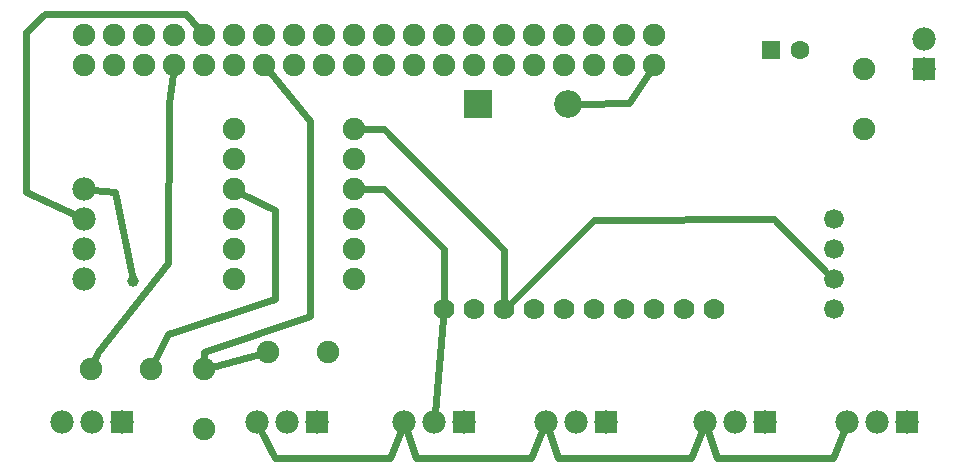
<source format=gtl>
G04 MADE WITH FRITZING*
G04 WWW.FRITZING.ORG*
G04 DOUBLE SIDED*
G04 HOLES PLATED*
G04 CONTOUR ON CENTER OF CONTOUR VECTOR*
%ASAXBY*%
%FSLAX23Y23*%
%MOIN*%
%OFA0B0*%
%SFA1.0B1.0*%
%ADD10C,0.092000*%
%ADD11C,0.078000*%
%ADD12C,0.062992*%
%ADD13C,0.066111*%
%ADD14C,0.074803*%
%ADD15C,0.070000*%
%ADD16C,0.075361*%
%ADD17C,0.075000*%
%ADD18C,0.039370*%
%ADD19R,0.092000X0.092000*%
%ADD20R,0.078000X0.078000*%
%ADD21R,0.062992X0.062992*%
%ADD22C,0.024000*%
%LNCOPPER1*%
G90*
G70*
G54D10*
X1605Y1360D03*
X1905Y1360D03*
G54D11*
X418Y297D03*
X318Y297D03*
X218Y297D03*
X1067Y297D03*
X967Y297D03*
X867Y297D03*
X1558Y297D03*
X1458Y297D03*
X1358Y297D03*
X2030Y297D03*
X1930Y297D03*
X1830Y297D03*
X2562Y297D03*
X2462Y297D03*
X2362Y297D03*
X3034Y297D03*
X2934Y297D03*
X2834Y297D03*
G54D12*
X2580Y1537D03*
X2678Y1537D03*
G54D13*
X2791Y674D03*
X2791Y774D03*
X2791Y974D03*
X2791Y874D03*
G54D11*
X3091Y1474D03*
X3091Y1574D03*
G54D14*
X790Y1274D03*
X791Y774D03*
X791Y874D03*
X791Y974D03*
X791Y1074D03*
X791Y1174D03*
X1191Y1274D03*
X1191Y774D03*
X1191Y874D03*
X1191Y974D03*
X1191Y1074D03*
X1191Y1174D03*
G54D15*
X2391Y674D03*
X2291Y674D03*
X2191Y674D03*
X2091Y674D03*
X1991Y674D03*
X1891Y674D03*
X1791Y674D03*
X1691Y674D03*
X1591Y674D03*
X1491Y674D03*
G54D16*
X291Y1489D03*
X391Y1489D03*
X491Y1489D03*
X591Y1489D03*
X691Y1489D03*
X791Y1489D03*
X891Y1489D03*
X991Y1489D03*
X1091Y1489D03*
X1191Y1489D03*
X1291Y1489D03*
X1391Y1489D03*
X1491Y1489D03*
X1591Y1489D03*
X1691Y1489D03*
X1791Y1489D03*
X1891Y1489D03*
X1991Y1489D03*
X2091Y1489D03*
X2191Y1489D03*
X2191Y1589D03*
X2091Y1589D03*
X1991Y1589D03*
X1891Y1589D03*
X1791Y1589D03*
X1691Y1589D03*
X1591Y1589D03*
X1491Y1589D03*
X1391Y1589D03*
X1291Y1589D03*
X1191Y1589D03*
X1091Y1589D03*
X991Y1589D03*
X891Y1589D03*
X791Y1589D03*
X691Y1589D03*
X591Y1589D03*
X491Y1589D03*
X391Y1589D03*
X291Y1589D03*
G54D11*
X291Y1074D03*
X291Y974D03*
X291Y874D03*
X291Y774D03*
G54D17*
X690Y274D03*
X690Y474D03*
X903Y533D03*
X1103Y533D03*
X2891Y1274D03*
X2891Y1474D03*
X313Y474D03*
X513Y474D03*
G54D18*
X454Y770D03*
G54D19*
X1605Y1360D03*
G54D20*
X418Y297D03*
X1067Y297D03*
X1558Y297D03*
X2030Y297D03*
X2562Y297D03*
X3034Y297D03*
G54D21*
X2580Y1537D03*
G54D20*
X3091Y1474D03*
G54D22*
X2107Y1361D02*
X1942Y1360D01*
D02*
X2174Y1463D02*
X2107Y1361D01*
D02*
X2315Y179D02*
X1872Y178D01*
D02*
X2351Y269D02*
X2315Y179D01*
D02*
X1872Y178D02*
X1840Y269D01*
D02*
X1310Y179D02*
X1346Y269D01*
D02*
X881Y270D02*
X926Y179D01*
D02*
X926Y179D02*
X1310Y179D01*
D02*
X1460Y327D02*
X1488Y643D01*
D02*
X1782Y179D02*
X1399Y178D01*
D02*
X1399Y178D02*
X1368Y269D01*
D02*
X1819Y269D02*
X1782Y179D01*
D02*
X2787Y179D02*
X2401Y178D01*
D02*
X2823Y269D02*
X2787Y179D01*
D02*
X2401Y178D02*
X2371Y269D01*
D02*
X2592Y974D02*
X2771Y793D01*
D02*
X1992Y973D02*
X2592Y974D01*
D02*
X1713Y695D02*
X1992Y973D01*
D02*
X718Y482D02*
X876Y526D01*
D02*
X1291Y1275D02*
X1692Y873D01*
D02*
X1221Y1274D02*
X1291Y1275D01*
D02*
X1222Y1074D02*
X1292Y1075D01*
D02*
X573Y1361D02*
X571Y829D01*
D02*
X586Y1458D02*
X573Y1361D01*
D02*
X336Y533D02*
X323Y501D01*
D02*
X571Y829D02*
X336Y533D01*
D02*
X630Y1657D02*
X670Y1613D01*
D02*
X160Y1657D02*
X630Y1657D01*
D02*
X99Y1597D02*
X160Y1657D01*
D02*
X99Y1066D02*
X99Y1597D01*
D02*
X264Y987D02*
X99Y1066D01*
D02*
X691Y533D02*
X690Y503D01*
D02*
X1044Y652D02*
X691Y533D01*
D02*
X1044Y1301D02*
X1044Y652D01*
D02*
X911Y1465D02*
X1044Y1301D01*
D02*
X818Y1060D02*
X927Y1005D01*
D02*
X927Y1005D02*
X927Y710D01*
D02*
X571Y593D02*
X525Y500D01*
D02*
X927Y710D02*
X571Y593D01*
D02*
X1490Y874D02*
X1491Y704D01*
D02*
X1292Y1075D02*
X1490Y874D01*
D02*
X1692Y873D02*
X1691Y704D01*
D02*
X393Y1064D02*
X450Y788D01*
D02*
X321Y1071D02*
X393Y1064D01*
G04 End of Copper1*
M02*
</source>
